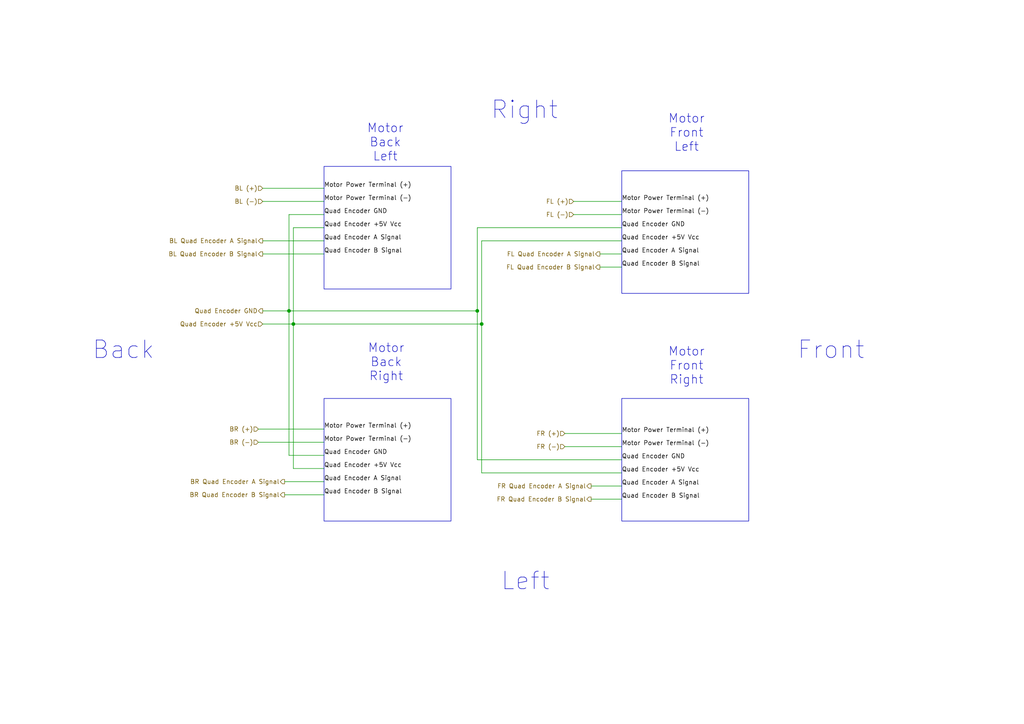
<source format=kicad_sch>
(kicad_sch
	(version 20231120)
	(generator "eeschema")
	(generator_version "8.0")
	(uuid "733c9d0c-35bb-4f4b-a28c-cd5bbbb9c049")
	(paper "A4")
	(lib_symbols)
	(junction
		(at 83.82 90.17)
		(diameter 0)
		(color 0 0 0 0)
		(uuid "3e9ef2cd-f106-40ac-a78f-9fe1d5d68d50")
	)
	(junction
		(at 85.09 93.98)
		(diameter 0)
		(color 0 0 0 0)
		(uuid "8bd27d3e-f7ed-4d15-badd-5b7f2af80b93")
	)
	(junction
		(at 139.7 93.98)
		(diameter 0)
		(color 0 0 0 0)
		(uuid "a4649245-631b-4171-8c68-6b6a67cc9982")
	)
	(junction
		(at 138.43 90.17)
		(diameter 0)
		(color 0 0 0 0)
		(uuid "ffb0262e-b26b-45fb-b7c9-94b54c721ad9")
	)
	(wire
		(pts
			(xy 180.34 137.16) (xy 139.7 137.16)
		)
		(stroke
			(width 0)
			(type default)
		)
		(uuid "06bb0376-fcad-449b-a6ff-fe566398cada")
	)
	(wire
		(pts
			(xy 173.99 77.47) (xy 180.34 77.47)
		)
		(stroke
			(width 0)
			(type default)
		)
		(uuid "17944fd2-dbcc-4a5b-b5f5-42b34d411eab")
	)
	(wire
		(pts
			(xy 82.55 139.7) (xy 93.98 139.7)
		)
		(stroke
			(width 0)
			(type default)
		)
		(uuid "1b5902cc-6899-413a-a1c8-6b3d970924c7")
	)
	(wire
		(pts
			(xy 166.37 58.42) (xy 180.34 58.42)
		)
		(stroke
			(width 0)
			(type default)
		)
		(uuid "23484a6b-eb35-4727-b895-d98014b967e3")
	)
	(wire
		(pts
			(xy 83.82 90.17) (xy 83.82 62.23)
		)
		(stroke
			(width 0)
			(type default)
		)
		(uuid "237344ee-87d6-4219-a22f-494623b9636e")
	)
	(wire
		(pts
			(xy 76.2 93.98) (xy 85.09 93.98)
		)
		(stroke
			(width 0)
			(type default)
		)
		(uuid "2b763515-30b0-415c-9958-29571bfc0b44")
	)
	(wire
		(pts
			(xy 85.09 66.04) (xy 93.98 66.04)
		)
		(stroke
			(width 0)
			(type default)
		)
		(uuid "2f7959c1-716a-44e0-8f99-db2842683fae")
	)
	(wire
		(pts
			(xy 180.34 66.04) (xy 138.43 66.04)
		)
		(stroke
			(width 0)
			(type default)
		)
		(uuid "39ecb40f-d61f-479c-ac45-a1a4f7b61c2e")
	)
	(wire
		(pts
			(xy 139.7 93.98) (xy 85.09 93.98)
		)
		(stroke
			(width 0)
			(type default)
		)
		(uuid "5b019f4f-121b-43ff-bbcb-5f8939b293db")
	)
	(wire
		(pts
			(xy 83.82 62.23) (xy 93.98 62.23)
		)
		(stroke
			(width 0)
			(type default)
		)
		(uuid "5b71ff63-5e46-49ed-ad27-7b28ebb2208f")
	)
	(wire
		(pts
			(xy 138.43 90.17) (xy 83.82 90.17)
		)
		(stroke
			(width 0)
			(type default)
		)
		(uuid "5cca43b5-7ec0-4b49-a386-71706c4e43e3")
	)
	(wire
		(pts
			(xy 138.43 133.35) (xy 138.43 90.17)
		)
		(stroke
			(width 0)
			(type default)
		)
		(uuid "6a29dc71-7130-4886-ae17-47e7c7a76c3b")
	)
	(wire
		(pts
			(xy 171.45 140.97) (xy 180.34 140.97)
		)
		(stroke
			(width 0)
			(type default)
		)
		(uuid "6a7920a6-7136-4eb4-aee5-f4307396997c")
	)
	(wire
		(pts
			(xy 85.09 135.89) (xy 85.09 93.98)
		)
		(stroke
			(width 0)
			(type default)
		)
		(uuid "6a84f247-33d3-4051-933b-dce0c11e1252")
	)
	(wire
		(pts
			(xy 180.34 69.85) (xy 139.7 69.85)
		)
		(stroke
			(width 0)
			(type default)
		)
		(uuid "6f3470ad-8b60-4ce7-a2e7-f4eab6766ada")
	)
	(wire
		(pts
			(xy 83.82 132.08) (xy 83.82 90.17)
		)
		(stroke
			(width 0)
			(type default)
		)
		(uuid "6f52e9ae-6214-4236-b0b8-92fe81a310e6")
	)
	(wire
		(pts
			(xy 163.83 125.73) (xy 180.34 125.73)
		)
		(stroke
			(width 0)
			(type default)
		)
		(uuid "716d6fdb-d68f-4055-a68c-a3f0d6054b0f")
	)
	(wire
		(pts
			(xy 93.98 132.08) (xy 83.82 132.08)
		)
		(stroke
			(width 0)
			(type default)
		)
		(uuid "761ab6d8-1667-4ec9-9dfd-f15b2caf3463")
	)
	(wire
		(pts
			(xy 173.99 73.66) (xy 180.34 73.66)
		)
		(stroke
			(width 0)
			(type default)
		)
		(uuid "77d016b1-2388-4959-a6c5-69c9e1d2a9e5")
	)
	(wire
		(pts
			(xy 76.2 69.85) (xy 93.98 69.85)
		)
		(stroke
			(width 0)
			(type default)
		)
		(uuid "7a0e74a7-0aa1-463b-a500-e8acfffa9528")
	)
	(wire
		(pts
			(xy 180.34 133.35) (xy 138.43 133.35)
		)
		(stroke
			(width 0)
			(type default)
		)
		(uuid "84c9a074-a45b-4d46-89d5-531108dc9efc")
	)
	(wire
		(pts
			(xy 74.93 128.27) (xy 93.98 128.27)
		)
		(stroke
			(width 0)
			(type default)
		)
		(uuid "856dedef-3c23-4a6b-b4b1-ae87af48c382")
	)
	(wire
		(pts
			(xy 139.7 69.85) (xy 139.7 93.98)
		)
		(stroke
			(width 0)
			(type default)
		)
		(uuid "912dd874-d92e-4972-8bf0-ee0c5020006b")
	)
	(wire
		(pts
			(xy 76.2 73.66) (xy 93.98 73.66)
		)
		(stroke
			(width 0)
			(type default)
		)
		(uuid "9dee3db0-64a9-42db-a17d-2c849b849d48")
	)
	(wire
		(pts
			(xy 74.93 124.46) (xy 93.98 124.46)
		)
		(stroke
			(width 0)
			(type default)
		)
		(uuid "a023cb9e-ec79-4adc-bdb9-61d8ee21fe79")
	)
	(wire
		(pts
			(xy 93.98 135.89) (xy 85.09 135.89)
		)
		(stroke
			(width 0)
			(type default)
		)
		(uuid "a05f840d-5d6e-4104-b253-c31f440453ab")
	)
	(wire
		(pts
			(xy 171.45 144.78) (xy 180.34 144.78)
		)
		(stroke
			(width 0)
			(type default)
		)
		(uuid "a0ea19be-a612-4c01-aab7-aeb441bdbf59")
	)
	(wire
		(pts
			(xy 82.55 143.51) (xy 93.98 143.51)
		)
		(stroke
			(width 0)
			(type default)
		)
		(uuid "bc0f1573-6f47-4cdf-8a5d-f143a8f89cb8")
	)
	(wire
		(pts
			(xy 138.43 66.04) (xy 138.43 90.17)
		)
		(stroke
			(width 0)
			(type default)
		)
		(uuid "cc79d083-716e-4953-b8ec-3bf78d78b2a8")
	)
	(wire
		(pts
			(xy 76.2 90.17) (xy 83.82 90.17)
		)
		(stroke
			(width 0)
			(type default)
		)
		(uuid "cd06893c-892a-481e-9950-5fc5d89123c1")
	)
	(wire
		(pts
			(xy 76.2 54.61) (xy 93.98 54.61)
		)
		(stroke
			(width 0)
			(type default)
		)
		(uuid "d0996251-d31a-4f94-ab68-a78d4989faab")
	)
	(wire
		(pts
			(xy 166.37 62.23) (xy 180.34 62.23)
		)
		(stroke
			(width 0)
			(type default)
		)
		(uuid "d14991ff-52b0-4914-b02a-e85928c17e8e")
	)
	(wire
		(pts
			(xy 139.7 137.16) (xy 139.7 93.98)
		)
		(stroke
			(width 0)
			(type default)
		)
		(uuid "da221e78-3a7c-48a5-97cd-fe2f0555f487")
	)
	(wire
		(pts
			(xy 163.83 129.54) (xy 180.34 129.54)
		)
		(stroke
			(width 0)
			(type default)
		)
		(uuid "e07daa2d-c60a-466b-812d-b1191e697010")
	)
	(wire
		(pts
			(xy 85.09 93.98) (xy 85.09 66.04)
		)
		(stroke
			(width 0)
			(type default)
		)
		(uuid "e3ab9128-b206-47d8-b7d0-dba1c2c158a2")
	)
	(wire
		(pts
			(xy 76.2 58.42) (xy 93.98 58.42)
		)
		(stroke
			(width 0)
			(type default)
		)
		(uuid "e993d5e1-0184-4a8e-b233-3edccecf0abb")
	)
	(rectangle
		(start 93.98 115.57)
		(end 130.81 151.13)
		(stroke
			(width 0)
			(type default)
		)
		(fill
			(type none)
		)
		(uuid 4a63e77e-91ff-4534-919f-17bba2fe03d2)
	)
	(rectangle
		(start 93.98 48.26)
		(end 130.81 83.82)
		(stroke
			(width 0)
			(type default)
		)
		(fill
			(type none)
		)
		(uuid 6702a515-b24a-4fa0-8694-7ffb9f271b45)
	)
	(rectangle
		(start 180.34 49.53)
		(end 217.17 85.09)
		(stroke
			(width 0)
			(type default)
		)
		(fill
			(type none)
		)
		(uuid 7d1a792a-2e7f-4338-b9d5-478ac97dbab5)
	)
	(rectangle
		(start 180.34 115.57)
		(end 217.17 151.13)
		(stroke
			(width 0)
			(type default)
		)
		(fill
			(type none)
		)
		(uuid bacab670-c107-4b31-8981-50ec105a34e1)
	)
	(text "Back"
		(exclude_from_sim no)
		(at 35.814 101.6 0)
		(effects
			(font
				(size 5.08 5.08)
			)
		)
		(uuid "4527f936-21e2-4784-a542-f503bf2c4fcb")
	)
	(text "Motor\nFront\nLeft"
		(exclude_from_sim no)
		(at 199.136 38.608 0)
		(effects
			(font
				(size 2.54 2.54)
			)
		)
		(uuid "56a8f428-3733-48eb-a83e-53bb6c595b2a")
	)
	(text "Front"
		(exclude_from_sim no)
		(at 241.046 101.6 0)
		(effects
			(font
				(size 5.08 5.08)
			)
		)
		(uuid "5cf594be-8b28-432e-8f24-a9a44b7c8987")
	)
	(text "Motor\nBack\nLeft"
		(exclude_from_sim no)
		(at 111.76 41.402 0)
		(effects
			(font
				(size 2.54 2.54)
			)
		)
		(uuid "73b6acac-5e36-445a-8111-cabd7ae42088")
	)
	(text "Left"
		(exclude_from_sim no)
		(at 152.4 168.656 0)
		(effects
			(font
				(size 5.08 5.08)
			)
		)
		(uuid "77a0b6e4-b549-47e5-970a-30234001557d")
	)
	(text "Motor\nFront\nRight"
		(exclude_from_sim no)
		(at 199.136 106.172 0)
		(effects
			(font
				(size 2.54 2.54)
			)
		)
		(uuid "7c00e2f6-e640-4d4b-98c3-fb0a89b0f41f")
	)
	(text "Motor\nBack\nRight"
		(exclude_from_sim no)
		(at 112.014 105.156 0)
		(effects
			(font
				(size 2.54 2.54)
			)
		)
		(uuid "85b12ea1-7c6f-4ad0-aef6-d00985ece9bf")
	)
	(text "Right"
		(exclude_from_sim no)
		(at 152.146 32.004 0)
		(effects
			(font
				(size 5.08 5.08)
			)
		)
		(uuid "cde15568-d5c6-4b3f-85c8-670df106098b")
	)
	(label "Quad Encoder +5V Vcc"
		(at 180.34 137.16 0)
		(fields_autoplaced yes)
		(effects
			(font
				(size 1.27 1.27)
			)
			(justify left bottom)
		)
		(uuid "1cca9ddd-fb89-4882-8e5b-46558862a5c2")
	)
	(label "Quad Encoder A Signal"
		(at 180.34 73.66 0)
		(fields_autoplaced yes)
		(effects
			(font
				(size 1.27 1.27)
			)
			(justify left bottom)
		)
		(uuid "3073392e-a0d8-4aa9-aad0-97022318b162")
	)
	(label "Motor Power Terminal (-)"
		(at 93.98 58.42 0)
		(fields_autoplaced yes)
		(effects
			(font
				(size 1.27 1.27)
			)
			(justify left bottom)
		)
		(uuid "38b73e56-0356-4fd4-94df-c21938ecab59")
	)
	(label "Motor Power Terminal (-)"
		(at 180.34 62.23 0)
		(fields_autoplaced yes)
		(effects
			(font
				(size 1.27 1.27)
			)
			(justify left bottom)
		)
		(uuid "3a12dc73-d9d0-482e-8caa-67b077db27a4")
	)
	(label "Motor Power Terminal (+)"
		(at 180.34 58.42 0)
		(fields_autoplaced yes)
		(effects
			(font
				(size 1.27 1.27)
			)
			(justify left bottom)
		)
		(uuid "3a97c3a4-64e3-471e-a8ed-5c5e4b716ee3")
	)
	(label "Quad Encoder B Signal"
		(at 93.98 143.51 0)
		(fields_autoplaced yes)
		(effects
			(font
				(size 1.27 1.27)
			)
			(justify left bottom)
		)
		(uuid "3b24a192-7241-46c5-ad2a-17792653a49c")
	)
	(label "Quad Encoder B Signal"
		(at 180.34 77.47 0)
		(fields_autoplaced yes)
		(effects
			(font
				(size 1.27 1.27)
			)
			(justify left bottom)
		)
		(uuid "3fd7c012-093b-4e74-9952-271ddb524632")
	)
	(label "Quad Encoder A Signal"
		(at 93.98 69.85 0)
		(fields_autoplaced yes)
		(effects
			(font
				(size 1.27 1.27)
			)
			(justify left bottom)
		)
		(uuid "447ca3f0-80a7-43a0-9dca-6761756352f6")
	)
	(label "Quad Encoder GND"
		(at 180.34 66.04 0)
		(fields_autoplaced yes)
		(effects
			(font
				(size 1.27 1.27)
			)
			(justify left bottom)
		)
		(uuid "4d40c6a9-0b6c-4f70-b300-3b9e3e1cfd21")
	)
	(label "Quad Encoder A Signal"
		(at 180.34 140.97 0)
		(fields_autoplaced yes)
		(effects
			(font
				(size 1.27 1.27)
			)
			(justify left bottom)
		)
		(uuid "50912259-da22-4551-a3db-76dd28a7dfd0")
	)
	(label "Motor Power Terminal (-)"
		(at 93.98 128.27 0)
		(fields_autoplaced yes)
		(effects
			(font
				(size 1.27 1.27)
			)
			(justify left bottom)
		)
		(uuid "579e0ebc-bab3-4907-8186-7c84cef9f9c7")
	)
	(label "Quad Encoder +5V Vcc"
		(at 93.98 135.89 0)
		(fields_autoplaced yes)
		(effects
			(font
				(size 1.27 1.27)
			)
			(justify left bottom)
		)
		(uuid "57ef63a6-970b-42ad-b5ef-d5433f285d64")
	)
	(label "Quad Encoder GND"
		(at 93.98 132.08 0)
		(fields_autoplaced yes)
		(effects
			(font
				(size 1.27 1.27)
			)
			(justify left bottom)
		)
		(uuid "5ce857c7-e74f-4d6d-89eb-4444c82b258c")
	)
	(label "Quad Encoder GND"
		(at 93.98 62.23 0)
		(fields_autoplaced yes)
		(effects
			(font
				(size 1.27 1.27)
			)
			(justify left bottom)
		)
		(uuid "60955504-c6cc-4763-82f1-30ef2473ba20")
	)
	(label "Motor Power Terminal (+)"
		(at 180.34 125.73 0)
		(fields_autoplaced yes)
		(effects
			(font
				(size 1.27 1.27)
			)
			(justify left bottom)
		)
		(uuid "63e77ee3-1600-46ae-ac6a-209ce2559c6f")
	)
	(label "Quad Encoder B Signal"
		(at 93.98 73.66 0)
		(fields_autoplaced yes)
		(effects
			(font
				(size 1.27 1.27)
			)
			(justify left bottom)
		)
		(uuid "68f8c941-2c7f-40fe-be56-b343f80f0d66")
	)
	(label "Motor Power Terminal (-)"
		(at 180.34 129.54 0)
		(fields_autoplaced yes)
		(effects
			(font
				(size 1.27 1.27)
			)
			(justify left bottom)
		)
		(uuid "71b2bd63-d34a-4635-a8d1-b07a43f8dab4")
	)
	(label "Motor Power Terminal (+)"
		(at 93.98 124.46 0)
		(fields_autoplaced yes)
		(effects
			(font
				(size 1.27 1.27)
			)
			(justify left bottom)
		)
		(uuid "776306d6-6117-415b-bd75-51229b3402b4")
	)
	(label "Quad Encoder +5V Vcc"
		(at 180.34 69.85 0)
		(fields_autoplaced yes)
		(effects
			(font
				(size 1.27 1.27)
			)
			(justify left bottom)
		)
		(uuid "7c25134a-f4a5-4800-ad5a-637746e319fb")
	)
	(label "Quad Encoder +5V Vcc"
		(at 93.98 66.04 0)
		(fields_autoplaced yes)
		(effects
			(font
				(size 1.27 1.27)
			)
			(justify left bottom)
		)
		(uuid "b0f903d8-6e97-41b5-97e7-5902ac88e15e")
	)
	(label "Motor Power Terminal (+)"
		(at 93.98 54.61 0)
		(fields_autoplaced yes)
		(effects
			(font
				(size 1.27 1.27)
			)
			(justify left bottom)
		)
		(uuid "b4234b21-1977-48f6-b876-c401e82ce9d7")
	)
	(label "Quad Encoder B Signal"
		(at 180.34 144.78 0)
		(fields_autoplaced yes)
		(effects
			(font
				(size 1.27 1.27)
			)
			(justify left bottom)
		)
		(uuid "c643172d-a1ac-49d7-b813-7e2926834d40")
	)
	(label "Quad Encoder A Signal"
		(at 93.98 139.7 0)
		(fields_autoplaced yes)
		(effects
			(font
				(size 1.27 1.27)
			)
			(justify left bottom)
		)
		(uuid "ec90a1c3-5761-428e-b711-24d7a1cdbd16")
	)
	(label "Quad Encoder GND"
		(at 180.34 133.35 0)
		(fields_autoplaced yes)
		(effects
			(font
				(size 1.27 1.27)
			)
			(justify left bottom)
		)
		(uuid "f71792da-b1b0-4e2d-9972-aac1b17e0eb2")
	)
	(hierarchical_label "Quad Encoder GND"
		(shape output)
		(at 76.2 90.17 180)
		(fields_autoplaced yes)
		(effects
			(font
				(size 1.27 1.27)
			)
			(justify right)
		)
		(uuid "00c0b8b5-5bef-41e4-9d29-b979a651b886")
	)
	(hierarchical_label "BL Quad Encoder A Signal"
		(shape output)
		(at 76.2 69.85 180)
		(fields_autoplaced yes)
		(effects
			(font
				(size 1.27 1.27)
			)
			(justify right)
		)
		(uuid "093b36ca-77b7-48b6-9021-1589d3f017a1")
	)
	(hierarchical_label "BL (+)"
		(shape input)
		(at 76.2 54.61 180)
		(fields_autoplaced yes)
		(effects
			(font
				(size 1.27 1.27)
			)
			(justify right)
		)
		(uuid "0d191782-45f9-40aa-a66d-7cb74344c66e")
	)
	(hierarchical_label "FL Quad Encoder A Signal"
		(shape output)
		(at 173.99 73.66 180)
		(fields_autoplaced yes)
		(effects
			(font
				(size 1.27 1.27)
			)
			(justify right)
		)
		(uuid "24cba89e-aa4c-4870-a4ae-e6cb1cc2ebe2")
	)
	(hierarchical_label "FR Quad Encoder B Signal"
		(shape output)
		(at 171.45 144.78 180)
		(fields_autoplaced yes)
		(effects
			(font
				(size 1.27 1.27)
			)
			(justify right)
		)
		(uuid "2c035dbf-1eab-4ada-ba2f-a8c18a86d91f")
	)
	(hierarchical_label "FL (+)"
		(shape input)
		(at 166.37 58.42 180)
		(fields_autoplaced yes)
		(effects
			(font
				(size 1.27 1.27)
			)
			(justify right)
		)
		(uuid "2fc8dea8-9600-474a-9ac7-ab6c704f35c2")
	)
	(hierarchical_label "BR (-)"
		(shape input)
		(at 74.93 128.27 180)
		(fields_autoplaced yes)
		(effects
			(font
				(size 1.27 1.27)
			)
			(justify right)
		)
		(uuid "3da6ea19-1c07-4910-b556-471812b780e9")
	)
	(hierarchical_label "BR Quad Encoder B Signal"
		(shape output)
		(at 82.55 143.51 180)
		(fields_autoplaced yes)
		(effects
			(font
				(size 1.27 1.27)
			)
			(justify right)
		)
		(uuid "3ee7c89a-e95b-4eb3-a9f6-cc7b66cd9a35")
	)
	(hierarchical_label "BL (-)"
		(shape input)
		(at 76.2 58.42 180)
		(fields_autoplaced yes)
		(effects
			(font
				(size 1.27 1.27)
			)
			(justify right)
		)
		(uuid "56e81c82-7ffd-423c-a1e4-58d188e6923b")
	)
	(hierarchical_label "FR (-)"
		(shape input)
		(at 163.83 129.54 180)
		(fields_autoplaced yes)
		(effects
			(font
				(size 1.27 1.27)
			)
			(justify right)
		)
		(uuid "91a79544-23b3-44a4-8cd2-ba0e284bf034")
	)
	(hierarchical_label "FL (-)"
		(shape input)
		(at 166.37 62.23 180)
		(fields_autoplaced yes)
		(effects
			(font
				(size 1.27 1.27)
			)
			(justify right)
		)
		(uuid "9ad141dd-0c09-4f04-b2f2-d20e9769983b")
	)
	(hierarchical_label "BR Quad Encoder A Signal"
		(shape output)
		(at 82.55 139.7 180)
		(fields_autoplaced yes)
		(effects
			(font
				(size 1.27 1.27)
			)
			(justify right)
		)
		(uuid "ad3d0f65-aee3-4a53-a118-a67a542ba207")
	)
	(hierarchical_label "Quad Encoder +5V Vcc"
		(shape input)
		(at 76.2 93.98 180)
		(fields_autoplaced yes)
		(effects
			(font
				(size 1.27 1.27)
			)
			(justify right)
		)
		(uuid "b3984bce-4b8a-4050-b56d-450a9a3660ce")
	)
	(hierarchical_label "FR Quad Encoder A Signal"
		(shape output)
		(at 171.45 140.97 180)
		(fields_autoplaced yes)
		(effects
			(font
				(size 1.27 1.27)
			)
			(justify right)
		)
		(uuid "b5eaeb65-92fb-4f64-97d5-98d569a8432a")
	)
	(hierarchical_label "BR (+)"
		(shape input)
		(at 74.93 124.46 180)
		(fields_autoplaced yes)
		(effects
			(font
				(size 1.27 1.27)
			)
			(justify right)
		)
		(uuid "bfaa9b70-e683-4af7-b74f-1fd0f6162b3d")
	)
	(hierarchical_label "FL Quad Encoder B Signal"
		(shape output)
		(at 173.99 77.47 180)
		(fields_autoplaced yes)
		(effects
			(font
				(size 1.27 1.27)
			)
			(justify right)
		)
		(uuid "c3dc2708-d182-4f2c-a9e8-3c38be033b09")
	)
	(hierarchical_label "BL Quad Encoder B Signal"
		(shape output)
		(at 76.2 73.66 180)
		(fields_autoplaced yes)
		(effects
			(font
				(size 1.27 1.27)
			)
			(justify right)
		)
		(uuid "c79e5b3c-f822-4b13-bd47-39adfd3941c6")
	)
	(hierarchical_label "FR (+)"
		(shape input)
		(at 163.83 125.73 180)
		(fields_autoplaced yes)
		(effects
			(font
				(size 1.27 1.27)
			)
			(justify right)
		)
		(uuid "f93c3c7c-9c44-4498-ab45-966f845ca182")
	)
)

</source>
